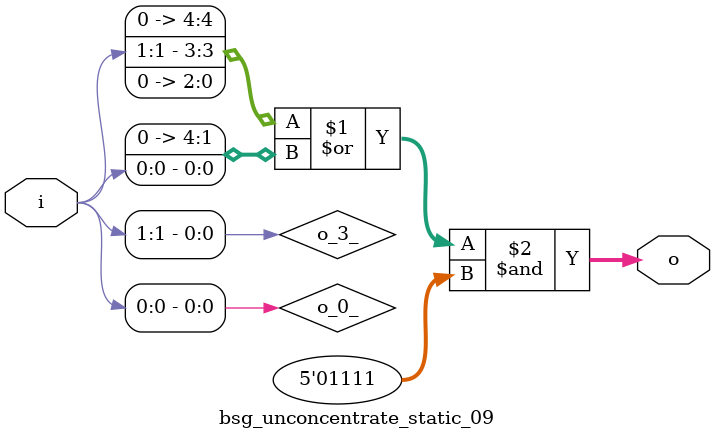
<source format=v>
module bsg_unconcentrate_static_09(	// file.cleaned.mlir:2:3
  input  [1:0] i,	// file.cleaned.mlir:2:45
  output [4:0] o	// file.cleaned.mlir:2:58
);

  wire o_0_;	// file.cleaned.mlir:12:10
  wire o_3_;	// file.cleaned.mlir:11:10
  assign o_3_ = i[1];	// file.cleaned.mlir:11:10
  assign o_0_ = i[0];	// file.cleaned.mlir:12:10
  assign o = ({1'h0, o_3_, 3'h0} | {4'h0, o_0_}) & 5'hF;	// file.cleaned.mlir:3:14, :4:14, :5:15, :6:14, :7:10, :8:10, :9:10, :10:10, :11:10, :12:10, :13:5
endmodule


</source>
